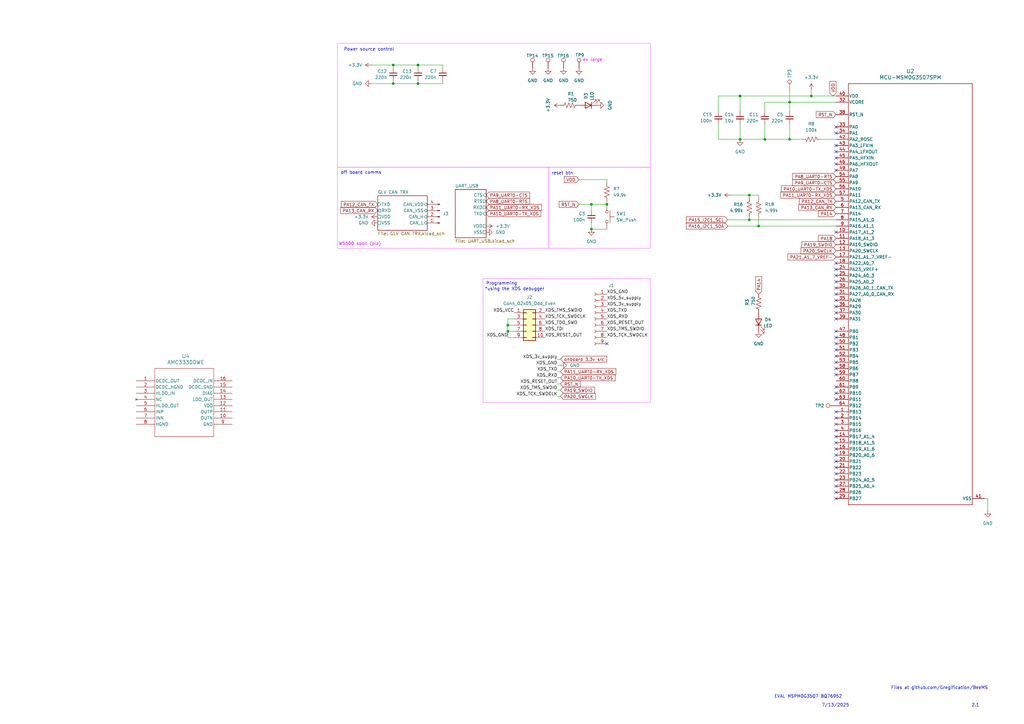
<source format=kicad_sch>
(kicad_sch (version 20250114) (generator "eeschema") (generator_version "9.0")
  (paper "A3")
  (lib_symbols
    (symbol "Connector:Conn_01x04_Pin" (pin_names (offset 1.016) (hide yes))
      (property "Reference" "J" (at 0 5.08 0))
      (property "Value" "Conn_01x04_Pin" (at 0 -7.62 0))
      (symbol "Conn_01x04_Pin_1_1"
        (rectangle (start 0.8636 2.667) (end 0 2.413) (stroke (width 0.1524)) (fill (type outline)))
        (rectangle (start 0.8636 0.127) (end 0 -0.127) (stroke (width 0.1524)) (fill (type outline)))
        (rectangle (start 0.8636 -2.413) (end 0 -2.667) (stroke (width 0.1524)) (fill (type outline)))
        (rectangle (start 0.8636 -4.953) (end 0 -5.207) (stroke (width 0.1524)) (fill (type outline)))
        (polyline (pts (xy 1.27 2.54) (xy 0.8636 2.54)) (stroke (width 0.1524)))
        (polyline (pts (xy 1.27 0) (xy 0.8636 0)) (stroke (width 0.1524)))
        (polyline (pts (xy 1.27 -2.54) (xy 0.8636 -2.54)) (stroke (width 0.1524)))
        (polyline (pts (xy 1.27 -5.08) (xy 0.8636 -5.08)) (stroke (width 0.1524)))
        (pin passive line (at 5.08 2.54 180) (length 3.81) (name "Pin_1") (number "1"))
        (pin passive line (at 5.08 0 180) (length 3.81) (name "Pin_2") (number "2"))
        (pin passive line (at 5.08 -2.54 180) (length 3.81) (name "Pin_3") (number "3"))
        (pin passive line (at 5.08 -5.08 180) (length 3.81) (name "Pin_4") (number "4"))
      )
    )
    (symbol "Connector:Conn_01x09_Socket" (pin_names (offset 1.016) (hide yes))
      (property "Reference" "J" (at 0 12.7 0))
      (property "Value" "Conn_01x09_Socket" (at 0 -12.7 0))
      (symbol "Conn_01x09_Socket_1_1"
        (polyline (pts (xy -1.27 10.16) (xy -0.508 10.16)) (stroke (width 0.1524)))
        (polyline (pts (xy -1.27 7.62) (xy -0.508 7.62)) (stroke (width 0.1524)))
        (polyline (pts (xy -1.27 5.08) (xy -0.508 5.08)) (stroke (width 0.1524)))
        (polyline (pts (xy -1.27 2.54) (xy -0.508 2.54)) (stroke (width 0.1524)))
        (polyline (pts (xy -1.27 0) (xy -0.508 0)) (stroke (width 0.1524)))
        (polyline (pts (xy -1.27 -2.54) (xy -0.508 -2.54)) (stroke (width 0.1524)))
        (polyline (pts (xy -1.27 -5.08) (xy -0.508 -5.08)) (stroke (width 0.1524)))
        (polyline (pts (xy -1.27 -7.62) (xy -0.508 -7.62)) (stroke (width 0.1524)))
        (polyline (pts (xy -1.27 -10.16) (xy -0.508 -10.16)) (stroke (width 0.1524)))
        (arc (start 0 9.652) (mid -0.5058 10.16) (end 0 10.668) (stroke (width 0.1524)))
        (arc (start 0 7.112) (mid -0.5058 7.62) (end 0 8.128) (stroke (width 0.1524)))
        (arc (start 0 4.572) (mid -0.5058 5.08) (end 0 5.588) (stroke (width 0.1524)))
        (arc (start 0 2.032) (mid -0.5058 2.54) (end 0 3.048) (stroke (width 0.1524)))
        (arc (start 0 -0.508) (mid -0.5058 0) (end 0 0.508) (stroke (width 0.1524)))
        (arc (start 0 -3.048) (mid -0.5058 -2.54) (end 0 -2.032) (stroke (width 0.1524)))
        (arc (start 0 -5.588) (mid -0.5058 -5.08) (end 0 -4.572) (stroke (width 0.1524)))
        (arc (start 0 -8.128) (mid -0.5058 -7.62) (end 0 -7.112) (stroke (width 0.1524)))
        (arc (start 0 -10.668) (mid -0.5058 -10.16) (end 0 -9.652) (stroke (width 0.1524)))
        (pin passive line (at -5.08 10.16 0) (length 3.81) (name "Pin_1") (number "1"))
        (pin passive line (at -5.08 7.62 0) (length 3.81) (name "Pin_2") (number "2"))
        (pin passive line (at -5.08 5.08 0) (length 3.81) (name "Pin_3") (number "3"))
        (pin passive line (at -5.08 2.54 0) (length 3.81) (name "Pin_4") (number "4"))
        (pin passive line (at -5.08 0 0) (length 3.81) (name "Pin_5") (number "5"))
        (pin passive line (at -5.08 -2.54 0) (length 3.81) (name "Pin_6") (number "6"))
        (pin passive line (at -5.08 -5.08 0) (length 3.81) (name "Pin_7") (number "7"))
        (pin passive line (at -5.08 -7.62 0) (length 3.81) (name "Pin_8") (number "8"))
        (pin passive line (at -5.08 -10.16 0) (length 3.81) (name "Pin_9") (number "9"))
      )
    )
    (symbol "Connector:TestPoint" (pin_numbers (hide yes)) (pin_names (offset 0.762) (hide yes))
      (property "Reference" "TP" (at 0 6.858 0))
      (property "Value" "TestPoint" (at 0 5.08 0))
      (symbol "TestPoint_0_1"
        (circle (center 0 3.302) (radius 0.762))
      )
      (symbol "TestPoint_1_1"
        (pin passive line (at 0 0 90) (length 2.54) (name "1") (number "1"))
      )
    )
    (symbol "Connector_Generic:Conn_02x05_Odd_Even" (pin_names (offset 1.016) (hide yes))
      (property "Reference" "J" (at 1.27 7.62 0))
      (property "Value" "Conn_02x05_Odd_Even" (at 1.27 -7.62 0))
      (symbol "Conn_02x05_Odd_Even_1_1"
        (rectangle (start -1.27 6.35) (end 3.81 -6.35) (stroke (width 0.254)) (fill (type background)))
        (rectangle (start -1.27 5.207) (end 0 4.953) (stroke (width 0.1524)))
        (rectangle (start -1.27 2.667) (end 0 2.413) (stroke (width 0.1524)))
        (rectangle (start -1.27 0.127) (end 0 -0.127) (stroke (width 0.1524)))
        (rectangle (start -1.27 -2.413) (end 0 -2.667) (stroke (width 0.1524)))
        (rectangle (start -1.27 -4.953) (end 0 -5.207) (stroke (width 0.1524)))
        (rectangle (start 3.81 5.207) (end 2.54 4.953) (stroke (width 0.1524)))
        (rectangle (start 3.81 2.667) (end 2.54 2.413) (stroke (width 0.1524)))
        (rectangle (start 3.81 0.127) (end 2.54 -0.127) (stroke (width 0.1524)))
        (rectangle (start 3.81 -2.413) (end 2.54 -2.667) (stroke (width 0.1524)))
        (rectangle (start 3.81 -4.953) (end 2.54 -5.207) (stroke (width 0.1524)))
        (pin passive line (at -5.08 5.08 0) (length 3.81) (name "Pin_1") (number "1"))
        (pin passive line (at -5.08 2.54 0) (length 3.81) (name "Pin_3") (number "3"))
        (pin passive line (at -5.08 0 0) (length 3.81) (name "Pin_5") (number "5"))
        (pin passive line (at -5.08 -2.54 0) (length 3.81) (name "Pin_7") (number "7"))
        (pin passive line (at -5.08 -5.08 0) (length 3.81) (name "Pin_9") (number "9"))
        (pin passive line (at 7.62 5.08 180) (length 3.81) (name "Pin_2") (number "2"))
        (pin passive line (at 7.62 2.54 180) (length 3.81) (name "Pin_4") (number "4"))
        (pin passive line (at 7.62 0 180) (length 3.81) (name "Pin_6") (number "6"))
        (pin passive line (at 7.62 -2.54 180) (length 3.81) (name "Pin_8") (number "8"))
        (pin passive line (at 7.62 -5.08 180) (length 3.81) (name "Pin_10") (number "10"))
      )
    )
    (symbol "Device:C_Small" (pin_numbers (hide yes)) (pin_names (offset 0.254) (hide yes))
      (property "Reference" "C" (at 0.254 1.778 0))
      (property "Value" "C_Small" (at 0.254 -2.032 0))
      (symbol "C_Small_0_1"
        (polyline (pts (xy -1.524 0.508) (xy 1.524 0.508)) (stroke (width 0.3048)))
        (polyline (pts (xy -1.524 -0.508) (xy 1.524 -0.508)) (stroke (width 0.3302)))
      )
      (symbol "C_Small_1_1"
        (pin passive line (at 0 2.54 270) (length 2.032) (name "~") (number "1"))
        (pin passive line (at 0 -2.54 90) (length 2.032) (name "~") (number "2"))
      )
    )
    (symbol "Device:LED" (pin_numbers (hide yes)) (pin_names (offset 1.016) (hide yes))
      (property "Reference" "D" (at 0 2.54 0))
      (property "Value" "LED" (at 0 -2.54 0))
      (symbol "LED_0_1"
        (polyline (pts (xy -3.048 -0.762) (xy -4.572 -2.286) (xy -3.81 -2.286) (xy -4.572 -2.286) (xy -4.572 -1.524)))
        (polyline (pts (xy -1.778 -0.762) (xy -3.302 -2.286) (xy -2.54 -2.286) (xy -3.302 -2.286) (xy -3.302 -1.524)))
        (polyline (pts (xy -1.27 0) (xy 1.27 0)))
        (polyline (pts (xy -1.27 -1.27) (xy -1.27 1.27)) (stroke (width 0.254)))
        (polyline (pts (xy 1.27 -1.27) (xy 1.27 1.27) (xy -1.27 0) (xy 1.27 -1.27)) (stroke (width 0.254)))
      )
      (symbol "LED_1_1"
        (pin passive line (at -3.81 0 0) (length 2.54) (name "K") (number "1"))
        (pin passive line (at 3.81 0 180) (length 2.54) (name "A") (number "2"))
      )
    )
    (symbol "Device:R_US" (pin_numbers (hide yes)) (pin_names (offset 0))
      (property "Reference" "R" (at 2.54 0 90))
      (property "Value" "R_US" (at -2.54 0 90))
      (symbol "R_US_0_1"
        (polyline (pts (xy 0 2.286) (xy 0 2.54)))
        (polyline (pts (xy 0 2.286) (xy 1.016 1.905) (xy 0 1.524) (xy -1.016 1.143) (xy 0 0.762)))
        (polyline (pts (xy 0 0.762) (xy 1.016 0.381) (xy 0 0) (xy -1.016 -0.381) (xy 0 -0.762)))
        (polyline (pts (xy 0 -0.762) (xy 1.016 -1.143) (xy 0 -1.524) (xy -1.016 -1.905) (xy 0 -2.286)))
        (polyline (pts (xy 0 -2.286) (xy 0 -2.54)))
      )
      (symbol "R_US_1_1"
        (pin passive line (at 0 3.81 270) (length 1.27) (name "~") (number "1"))
        (pin passive line (at 0 -3.81 90) (length 1.27) (name "~") (number "2"))
      )
    )
    (symbol "Switch:SW_Push" (pin_numbers (hide yes)) (pin_names (offset 1.016) (hide yes))
      (property "Reference" "SW" (at 1.27 2.54 0))
      (property "Value" "SW_Push" (at 0 -1.524 0))
      (symbol "SW_Push_0_1"
        (circle (center -2.032 0) (radius 0.508))
        (polyline (pts (xy 0 1.27) (xy 0 3.048)))
        (circle (center 2.032 0) (radius 0.508))
        (polyline (pts (xy 2.54 1.27) (xy -2.54 1.27)))
        (pin passive line (at -5.08 0 0) (length 2.54) (name "1") (number "1"))
        (pin passive line (at 5.08 0 180) (length 2.54) (name "2") (number "2"))
      )
    )
    (symbol "power:+3.3V" (power) (pin_numbers (hide yes)) (pin_names (offset 0) (hide yes))
      (property "Value" "+3.3V" (at 0 3.556 0))
      (symbol "+3.3V_0_1"
        (polyline (pts (xy -0.762 1.27) (xy 0 2.54)))
        (polyline (pts (xy 0 2.54) (xy 0.762 1.27)))
        (polyline (pts (xy 0 0) (xy 0 2.54)))
      )
      (symbol "+3.3V_1_1"
        (pin power_in line (at 0 0 90) (length 0) (name "~") (number "1"))
      )
    )
    (symbol "power:GND" (power) (pin_numbers (hide yes)) (pin_names (offset 0) (hide yes))
      (property "Value" "GND" (at 0 -3.81 0))
      (symbol "GND_0_1"
        (polyline (pts (xy 0 0) (xy 0 -1.27) (xy 1.27 -1.27) (xy 0 -2.54) (xy -1.27 -1.27) (xy 0 -1.27)))
      )
      (symbol "GND_1_1"
        (pin power_in line (at 0 0 270) (length 0) (name "~") (number "1"))
      )
    )
    (symbol "zzLocalLibrary:AMC3330DWE" (pin_names (offset 0.254))
      (property "Reference" "U" (at 19.812 10.16 0))
      (property "Value" "AMC3330DWE" (at 19.812 7.62 0))
      (symbol "AMC3330DWE_0_1"
        (polyline (pts (xy 7.62 5.08) (xy 7.62 -22.86)) (stroke (width 0.127)))
        (polyline (pts (xy 7.62 5.08) (xy 31.75 5.08)))
        (polyline (pts (xy 31.75 -22.86) (xy 7.62 -22.86)))
        (polyline (pts (xy 31.75 -22.86) (xy 31.75 5.08)) (stroke (width 0.127)))
        (pin output line (at 0 0 0) (length 7.62) (name "DCDC_OUT") (number "1"))
        (pin power_out line (at 0 -2.54 0) (length 7.62) (name "DCDC_HGND") (number "2"))
        (pin unspecified line (at 0 -5.08 0) (length 7.62) (name "HLDO_IN") (number "3"))
        (pin no_connect line (at 0 -7.62 0) (length 7.62) (name "NC") (number "4"))
        (pin output line (at 0 -10.16 0) (length 7.62) (name "HLDO_OUT") (number "5"))
        (pin input line (at 0 -12.7 0) (length 7.62) (name "INP") (number "6"))
        (pin input line (at 0 -15.24 0) (length 7.62) (name "INN") (number "7"))
        (pin power_out line (at 0 -17.78 0) (length 7.62) (name "HGND") (number "8"))
        (pin unspecified line (at 39.37 0 180) (length 7.62) (name "DCDC_IN") (number "16"))
        (pin power_out line (at 39.37 -2.54 180) (length 7.62) (name "DCDC_GND") (number "15"))
        (pin unspecified line (at 39.37 -5.08 180) (length 7.62) (name "DIAG") (number "14"))
        (pin output line (at 39.37 -7.62 180) (length 7.62) (name "LDO_OUT") (number "13"))
        (pin power_in line (at 39.37 -10.16 180) (length 7.62) (name "VDD") (number "12"))
        (pin output line (at 39.37 -12.7 180) (length 7.62) (name "OUTP") (number "11"))
        (pin output line (at 39.37 -15.24 180) (length 7.62) (name "OUTN") (number "10"))
        (pin power_out line (at 39.37 -17.78 180) (length 7.62) (name "GND") (number "9"))
      )
    )
    (symbol "zzLocalLibrary:MCU-MSM0G3507SPM" (pin_names (offset 0.254))
      (property "Reference" "U" (at 0 2.54 0))
      (property "Value" "MCU-MSM0G3507SPM" (at 0 0 0))
      (symbol "MCU-MSM0G3507SPM_0_1"
        (polyline (pts (xy 5.08 5.08) (xy 5.08 -167.64)) (stroke (width 0.2032)))
        (polyline (pts (xy 5.08 -167.64) (xy 55.88 -167.64)) (stroke (width 0.2032)))
        (polyline (pts (xy 55.88 5.08) (xy 5.08 5.08)) (stroke (width 0.2032)))
        (polyline (pts (xy 55.88 -167.64) (xy 55.88 5.08)) (stroke (width 0.2032)))
        (pin power_in line (at 0 0 0) (length 5.08) (name "VDD") (number "40"))
        (pin power_in line (at 0 -2.54 0) (length 5.08) (name "VCORE") (number "32"))
        (pin input line (at 0 -7.62 0) (length 5.08) (name "RST_N") (number "38"))
        (pin bidirectional line (at 0 -12.7 0) (length 5.08) (name "PA0") (number "33"))
        (pin bidirectional line (at 0 -15.24 0) (length 5.08) (name "PA1") (number "34"))
        (pin bidirectional line (at 0 -17.78 0) (length 5.08) (name "PA2_ROSC") (number "42"))
        (pin bidirectional line (at 0 -20.32 0) (length 5.08) (name "PA3_LFXIN") (number "43"))
        (pin bidirectional line (at 0 -22.86 0) (length 5.08) (name "PA4_LFXOUT") (number "44"))
        (pin bidirectional line (at 0 -25.4 0) (length 5.08) (name "PA5_HFXIN") (number "45"))
        (pin bidirectional line (at 0 -27.94 0) (length 5.08) (name "PA6_HFXOUT") (number "46"))
        (pin bidirectional line (at 0 -30.48 0) (length 5.08) (name "PA7") (number "49"))
        (pin bidirectional line (at 0 -33.02 0) (length 5.08) (name "PA8") (number "54"))
        (pin bidirectional line (at 0 -35.56 0) (length 5.08) (name "PA9") (number "55"))
        (pin bidirectional line (at 0 -38.1 0) (length 5.08) (name "PA10") (number "56"))
        (pin bidirectional line (at 0 -40.64 0) (length 5.08) (name "PA11") (number "57"))
        (pin bidirectional line (at 0 -43.18 0) (length 5.08) (name "PA12_CAN_TX") (number "5"))
        (pin bidirectional line (at 0 -45.72 0) (length 5.08) (name "PA13_CAN_RX") (number "6"))
        (pin bidirectional line (at 0 -48.26 0) (length 5.08) (name "PA14") (number "7"))
        (pin bidirectional line (at 0 -50.8 0) (length 5.08) (name "PA15_A1_0") (number "8"))
        (pin bidirectional line (at 0 -53.34 0) (length 5.08) (name "PA16_A1_1") (number "9"))
        (pin bidirectional line (at 0 -55.88 0) (length 5.08) (name "PA17_A1_2") (number "10"))
        (pin bidirectional line (at 0 -58.42 0) (length 5.08) (name "PA18_A1_3") (number "11"))
        (pin bidirectional line (at 0 -60.96 0) (length 5.08) (name "PA19_SWDIO") (number "12"))
        (pin bidirectional line (at 0 -63.5 0) (length 5.08) (name "PA20_SWCLK") (number "13"))
        (pin bidirectional line (at 0 -66.04 0) (length 5.08) (name "PA21_A1_7_VREF-") (number "17"))
        (pin bidirectional line (at 0 -68.58 0) (length 5.08) (name "PA22_A0_7") (number "18"))
        (pin bidirectional line (at 0 -71.12 0) (length 5.08) (name "PA23_VREF+") (number "24"))
        (pin bidirectional line (at 0 -73.66 0) (length 5.08) (name "PA24_A0_3") (number "25"))
        (pin bidirectional line (at 0 -76.2 0) (length 5.08) (name "PA25_A0_2") (number "26"))
        (pin bidirectional line (at 0 -78.74 0) (length 5.08) (name "PA26_A0_1_CAN_TX") (number "30"))
        (pin bidirectional line (at 0 -81.28 0) (length 5.08) (name "PA27_A0_0_CAN_RX") (number "31"))
        (pin bidirectional line (at 0 -83.82 0) (length 5.08) (name "PA28") (number "35"))
        (pin bidirectional line (at 0 -86.36 0) (length 5.08) (name "PA29") (number "36"))
        (pin bidirectional line (at 0 -88.9 0) (length 5.08) (name "PA30") (number "37"))
        (pin bidirectional line (at 0 -91.44 0) (length 5.08) (name "PA31") (number "39"))
        (pin bidirectional line (at 0 -96.52 0) (length 5.08) (name "PB0") (number "47"))
        (pin bidirectional line (at 0 -99.06 0) (length 5.08) (name "PB1") (number "48"))
        (pin bidirectional line (at 0 -101.6 0) (length 5.08) (name "PB2") (number "50"))
        (pin bidirectional line (at 0 -104.14 0) (length 5.08) (name "PB3") (number "51"))
        (pin bidirectional line (at 0 -106.68 0) (length 5.08) (name "PB4") (number "52"))
        (pin bidirectional line (at 0 -109.22 0) (length 5.08) (name "PB5") (number "53"))
        (pin bidirectional line (at 0 -111.76 0) (length 5.08) (name "PB6") (number "58"))
        (pin bidirectional line (at 0 -114.3 0) (length 5.08) (name "PB7") (number "59"))
        (pin bidirectional line (at 0 -116.84 0) (length 5.08) (name "PB8") (number "60"))
        (pin bidirectional line (at 0 -119.38 0) (length 5.08) (name "PB9") (number "61"))
        (pin bidirectional line (at 0 -121.92 0) (length 5.08) (name "PB10") (number "62"))
        (pin bidirectional line (at 0 -124.46 0) (length 5.08) (name "PB11") (number "63"))
        (pin bidirectional line (at 0 -127 0) (length 5.08) (name "PB12") (number "64"))
        (pin bidirectional line (at 0 -129.54 0) (length 5.08) (name "PB13") (number "1"))
        (pin bidirectional line (at 0 -132.08 0) (length 5.08) (name "PB14") (number "2"))
        (pin bidirectional line (at 0 -134.62 0) (length 5.08) (name "PB15") (number "3"))
        (pin bidirectional line (at 0 -137.16 0) (length 5.08) (name "PB16") (number "4"))
        (pin bidirectional line (at 0 -139.7 0) (length 5.08) (name "PB17_A1_4") (number "14"))
        (pin bidirectional line (at 0 -142.24 0) (length 5.08) (name "PB18_A1_5") (number "15"))
        (pin bidirectional line (at 0 -144.78 0) (length 5.08) (name "PB19_A1_6") (number "16"))
        (pin bidirectional line (at 0 -147.32 0) (length 5.08) (name "PB20_A0_6") (number "19"))
        (pin bidirectional line (at 0 -149.86 0) (length 5.08) (name "PB21") (number "20"))
        (pin bidirectional line (at 0 -152.4 0) (length 5.08) (name "PB22") (number "21"))
        (pin bidirectional line (at 0 -154.94 0) (length 5.08) (name "PB23") (number "22"))
        (pin bidirectional line (at 0 -157.48 0) (length 5.08) (name "PB24_A0_5") (number "23"))
        (pin bidirectional line (at 0 -160.02 0) (length 5.08) (name "PB25_A0_4") (number "27"))
        (pin bidirectional line (at 0 -162.56 0) (length 5.08) (name "PB26") (number "28"))
        (pin bidirectional line (at 0 -165.1 0) (length 5.08) (name "PB27") (number "29"))
        (pin power_in line (at 60.96 -165.1 180) (length 5.08) (name "VSS") (number "41"))
      )
    )
  )
  (rectangle (start 138.43 68.58) (end 225.044 101.854) (stroke (width 0) (color 234 84 255 1)))
  (rectangle (start 138.43 17.78) (end 266.7 68.58) (stroke (width 0) (color 234 84 255 1)))
  (rectangle (start 225.044 68.58) (end 266.7 101.854) (stroke (width 0) (color 234 84 255 1)))
  (rectangle (start 198.12 114.3) (end 266.7 165.1) (stroke (width 0) (color 234 84 255 1)))
  (text "*using the XDS debugger" (at 211.074 118.618 0) (effects (font (size 1.27 1.27))))
  (text "W5500 soon (plz)" (at 147.574 100.076 0) (effects (font (size 1.27 1.27))))
  (text "EVAL MSPM0G3507 BQ76952" (at 331.47 285.75 0) (effects (font (size 1.27 1.27))))
  (text "Programming" (at 205.74 116.332 0) (effects (font (size 1.27 1.27))))
  (text "Power source control" (at 140.97 20.32 0) (effects (font (size 1.27 1.27)) (justify left)))
  (text "reset btn" (at 230.632 71.12 0) (effects (font (size 1.27 1.27))))
  (text "ex large" (at 243.078 24.638 0) (effects (font (size 1.27 1.27))))
  (text "off board comms\n" (at 139.7 70.866 0) (effects (font (size 1.27 1.27)) (justify left)))
  (text "2.1" (at 400.05 289.306 0) (effects (font (size 1.27 1.27))))
  (text "7/13/2025" (at 342.646 289.306 0) (effects (font (size 1.27 1.27))))
  (text "Files at github.com/Gregification/BeeMS" (at 385.318 282.194 0) (effects (font (size 1.27 1.27))))
  (junction (at 242.57 93.98))
  (junction (at 307.34 90.17))
  (junction (at 161.29 26.67))
  (junction (at 323.85 41.91))
  (junction (at 303.53 39.37))
  (junction (at 248.92 83.82))
  (junction (at 332.74 39.37))
  (junction (at 161.29 34.29))
  (junction (at 171.45 34.29))
  (junction (at 208.28 135.89))
  (junction (at 313.69 57.15))
  (junction (at 242.57 83.82))
  (junction (at 307.34 80.01))
  (junction (at 323.85 57.15))
  (junction (at 303.53 57.15))
  (junction (at 171.45 26.67))
  (junction (at 208.28 133.35))
  (junction (at 311.15 92.71))
  (no_connect (at 342.9 148.59))
  (no_connect (at 342.9 110.49))
  (no_connect (at 342.9 199.39))
  (no_connect (at 342.9 125.73))
  (no_connect (at 342.9 69.85))
  (no_connect (at 342.9 168.91))
  (no_connect (at 342.9 161.29))
  (no_connect (at 342.9 130.81))
  (no_connect (at 342.9 179.07))
  (no_connect (at 342.9 67.31))
  (no_connect (at 342.9 115.57))
  (no_connect (at 342.9 184.15))
  (no_connect (at 342.9 62.23))
  (no_connect (at 248.92 140.97))
  (no_connect (at 342.9 189.23))
  (no_connect (at 342.9 113.03))
  (no_connect (at 342.9 163.83))
  (no_connect (at 342.9 64.77))
  (no_connect (at 342.9 151.13))
  (no_connect (at 342.9 59.69))
  (no_connect (at 342.9 128.27))
  (no_connect (at 342.9 204.47))
  (no_connect (at 342.9 146.05))
  (no_connect (at 342.9 54.61))
  (no_connect (at 342.9 201.93))
  (no_connect (at 342.9 191.77))
  (no_connect (at 342.9 194.31))
  (no_connect (at 342.9 176.53))
  (no_connect (at 342.9 52.07))
  (no_connect (at 342.9 140.97))
  (no_connect (at 342.9 173.99))
  (no_connect (at 342.9 123.19))
  (no_connect (at 342.9 153.67))
  (no_connect (at 342.9 95.25))
  (no_connect (at 342.9 181.61))
  (no_connect (at 342.9 118.11))
  (no_connect (at 342.9 143.51))
  (no_connect (at 342.9 135.89))
  (no_connect (at 342.9 158.75))
  (no_connect (at 342.9 171.45))
  (no_connect (at 342.9 196.85))
  (no_connect (at 342.9 120.65))
  (no_connect (at 342.9 186.69))
  (no_connect (at 342.9 107.95))
  (no_connect (at 342.9 138.43))
  (wire (pts (xy 228.6 157.48) (xy 229.87 157.48)))
  (wire (pts (xy 311.15 92.71) (xy 342.9 92.71)))
  (wire (pts (xy 152.4 34.29) (xy 161.29 34.29)))
  (wire (pts (xy 323.85 41.91) (xy 342.9 41.91)))
  (wire (pts (xy 313.69 57.15) (xy 323.85 57.15)))
  (wire (pts (xy 294.64 39.37) (xy 303.53 39.37)))
  (wire (pts (xy 208.28 130.81) (xy 208.28 133.35)))
  (wire (pts (xy 307.34 80.01) (xy 307.34 81.28)))
  (wire (pts (xy 313.69 41.91) (xy 323.85 41.91)))
  (wire (pts (xy 299.72 80.01) (xy 307.34 80.01)))
  (wire (pts (xy 208.28 133.35) (xy 210.82 133.35)))
  (wire (pts (xy 323.85 57.15) (xy 328.93 57.15)))
  (wire (pts (xy 303.53 57.15) (xy 313.69 57.15)))
  (wire (pts (xy 313.69 57.15) (xy 313.69 50.8)))
  (wire (pts (xy 171.45 34.29) (xy 181.61 34.29)))
  (wire (pts (xy 208.28 138.43) (xy 210.82 138.43)))
  (wire (pts (xy 171.45 26.67) (xy 161.29 26.67)))
  (wire (pts (xy 311.15 88.9) (xy 311.15 92.71)))
  (wire (pts (xy 298.45 90.17) (xy 307.34 90.17)))
  (wire (pts (xy 228.6 149.86) (xy 229.87 149.86)))
  (wire (pts (xy 242.57 93.98) (xy 242.57 91.44)))
  (wire (pts (xy 294.64 50.8) (xy 294.64 57.15)))
  (wire (pts (xy 171.45 34.29) (xy 171.45 33.02)))
  (wire (pts (xy 171.45 27.94) (xy 171.45 26.67)))
  (wire (pts (xy 332.74 39.37) (xy 342.9 39.37)))
  (wire (pts (xy 311.15 80.01) (xy 311.15 81.28)))
  (wire (pts (xy 248.92 83.82) (xy 248.92 82.55)))
  (wire (pts (xy 161.29 34.29) (xy 171.45 34.29)))
  (wire (pts (xy 208.28 138.43) (xy 208.28 135.89)))
  (wire (pts (xy 181.61 27.94) (xy 181.61 26.67)))
  (wire (pts (xy 208.28 130.81) (xy 210.82 130.81)))
  (wire (pts (xy 161.29 26.67) (xy 161.29 27.94)))
  (wire (pts (xy 228.6 152.4) (xy 229.87 152.4)))
  (wire (pts (xy 208.28 135.89) (xy 208.28 133.35)))
  (wire (pts (xy 237.49 83.82) (xy 242.57 83.82)))
  (wire (pts (xy 323.85 41.91) (xy 323.85 45.72)))
  (wire (pts (xy 228.6 154.94) (xy 229.87 154.94)))
  (wire (pts (xy 303.53 39.37) (xy 332.74 39.37)))
  (wire (pts (xy 307.34 80.01) (xy 311.15 80.01)))
  (wire (pts (xy 242.57 83.82) (xy 242.57 86.36)))
  (wire (pts (xy 405.13 204.47) (xy 403.86 204.47)))
  (wire (pts (xy 181.61 26.67) (xy 171.45 26.67)))
  (wire (pts (xy 336.55 57.15) (xy 342.9 57.15)))
  (wire (pts (xy 307.34 90.17) (xy 342.9 90.17)))
  (wire (pts (xy 298.45 92.71) (xy 311.15 92.71)))
  (wire (pts (xy 248.92 74.93) (xy 248.92 73.66)))
  (wire (pts (xy 228.6 162.56) (xy 229.87 162.56)))
  (wire (pts (xy 161.29 33.02) (xy 161.29 34.29)))
  (wire (pts (xy 294.64 39.37) (xy 294.64 45.72)))
  (wire (pts (xy 332.74 36.83) (xy 332.74 39.37)))
  (wire (pts (xy 242.57 83.82) (xy 248.92 83.82)))
  (wire (pts (xy 228.6 147.32) (xy 229.87 147.32)))
  (wire (pts (xy 208.28 135.89) (xy 210.82 135.89)))
  (wire (pts (xy 248.92 93.98) (xy 242.57 93.98)))
  (wire (pts (xy 307.34 88.9) (xy 307.34 90.17)))
  (wire (pts (xy 405.13 209.55) (xy 405.13 204.47)))
  (wire (pts (xy 181.61 34.29) (xy 181.61 33.02)))
  (wire (pts (xy 152.4 26.67) (xy 161.29 26.67)))
  (wire (pts (xy 323.85 50.8) (xy 323.85 57.15)))
  (wire (pts (xy 228.6 160.02) (xy 229.87 160.02)))
  (wire (pts (xy 313.69 41.91) (xy 313.69 45.72)))
  (wire (pts (xy 237.49 73.66) (xy 248.92 73.66)))
  (wire (pts (xy 303.53 50.8) (xy 303.53 57.15)))
  (wire (pts (xy 294.64 57.15) (xy 303.53 57.15)))
  (wire (pts (xy 303.53 39.37) (xy 303.53 45.72)))
  (wire (pts (xy 323.85 36.83) (xy 323.85 41.91)))
  (label "XDS_TDO_SWO" (at 223.52 133.35 0))
  (label "XDS_3v_supply" (at 228.6 147.32 180))
  (label "XDS_RESET_OUT" (at 228.6 157.48 180))
  (label "XDS_3v_supply" (at 248.92 125.73 0))
  (label "XDS_5v_supply" (at 248.92 123.19 0))
  (label "XDS_TMS_SWDIO" (at 223.52 128.27 0))
  (label "XDS_GND" (at 228.6 149.86 180))
  (label "XDS_TMS_SWDIO" (at 228.6 160.02 180))
  (label "XDS_TMS_SWDIO" (at 248.92 135.89 0))
  (label "XDS_RESET_OUT" (at 248.92 133.35 0))
  (label "XDS_GND" (at 248.92 120.65 0))
  (label "XDS_TXD" (at 248.92 128.27 0))
  (label "XDS_RESET_OUT" (at 223.52 138.43 0))
  (label "XDS_RXD" (at 248.92 130.81 0))
  (label "XDS_TXD" (at 228.6 152.4 180))
  (label "XDS_TDI" (at 223.52 135.89 0))
  (label "XDS_TCK_SWDCLK" (at 248.92 138.43 0))
  (label "XDS_VCC" (at 210.82 128.27 180))
  (label "XDS_RXD" (at 228.6 154.94 180))
  (label "XDS_GND" (at 208.28 138.43 180))
  (label "XDS_TCK_SWDCLK" (at 223.52 130.81 0))
  (label "XDS_TCK_SWDCLK" (at 228.6 162.56 180))
  (global_label "RST_N" (shape input) (at 229.87 157.48 0) (property "Intersheetrefs" "${INTERSHEET_REFS}" (effects (hide yes))))
  (global_label "VDD" (shape input) (at 341.63 39.37 90) (property "Intersheetrefs" "${INTERSHEET_REFS}" (effects (hide yes))))
  (global_label "PA12_CAN_TX" (shape input) (at 342.9 82.55 180) (property "Intersheetrefs" "${INTERSHEET_REFS}" (effects (hide yes))))
  (global_label "RST_N" (shape input) (at 237.49 83.82 180) (property "Intersheetrefs" "${INTERSHEET_REFS}" (effects (hide yes))))
  (global_label "PA8_UART0-RTS" (shape input) (at 342.9 72.39 180) (property "Intersheetrefs" "${INTERSHEET_REFS}" (effects (hide yes))))
  (global_label "VDD" (shape input) (at 237.49 73.66 180) (property "Intersheetrefs" "${INTERSHEET_REFS}" (effects (hide yes))))
  (global_label "PA20_SWCLK" (shape input) (at 229.87 162.56 0) (property "Intersheetrefs" "${INTERSHEET_REFS}" (effects (hide yes))))
  (global_label "PA12_CAN_TX" (shape input) (at 154.94 83.82 180) (property "Intersheetrefs" "${INTERSHEET_REFS}" (effects (hide yes))))
  (global_label "PA21_A1_7_VREF-" (shape input) (at 342.9 105.41 180) (property "Intersheetrefs" "${INTERSHEET_REFS}" (effects (hide yes))))
  (global_label "PA9_UART0-CTS" (shape input) (at 342.9 74.93 180) (property "Intersheetrefs" "${INTERSHEET_REFS}" (effects (hide yes))))
  (global_label "PA10_UART0-TX_XDS" (shape input) (at 229.87 154.94 0) (property "Intersheetrefs" "${INTERSHEET_REFS}" (effects (hide yes))))
  (global_label "PA9_UART0-CTS" (shape input) (at 199.39 80.01 0) (property "Intersheetrefs" "${INTERSHEET_REFS}" (effects (hide yes))))
  (global_label "PA19_SWDIO" (shape input) (at 229.87 160.02 0) (property "Intersheetrefs" "${INTERSHEET_REFS}" (effects (hide yes))))
  (global_label "onboard 3.3v src" (shape input) (at 229.87 147.32 0) (property "Intersheetrefs" "${INTERSHEET_REFS}" (effects (hide yes))))
  (global_label "PA19_SWDIO" (shape input) (at 342.9 100.33 180) (property "Intersheetrefs" "${INTERSHEET_REFS}" (effects (hide yes))))
  (global_label "PA11_UART0-RX_XDS" (shape input) (at 199.39 85.09 0) (property "Intersheetrefs" "${INTERSHEET_REFS}" (effects (hide yes))))
  (global_label "PA14" (shape input) (at 342.9 87.63 180) (property "Intersheetrefs" "${INTERSHEET_REFS}" (effects (hide yes))))
  (global_label "PA11_UART0-RX_XDS" (shape input) (at 229.87 152.4 0) (property "Intersheetrefs" "${INTERSHEET_REFS}" (effects (hide yes))))
  (global_label "PA20_SWCLK" (shape input) (at 342.9 102.87 180) (property "Intersheetrefs" "${INTERSHEET_REFS}" (effects (hide yes))))
  (global_label "PA11_UART0-RX_XDS" (shape input) (at 342.9 80.01 180) (property "Intersheetrefs" "${INTERSHEET_REFS}" (effects (hide yes))))
  (global_label "PA10_UART0-TX_XDS" (shape input) (at 342.9 77.47 180) (property "Intersheetrefs" "${INTERSHEET_REFS}" (effects (hide yes))))
  (global_label "PA14" (shape input) (at 311.15 120.65 90) (property "Intersheetrefs" "${INTERSHEET_REFS}" (effects (hide yes))))
  (global_label "PA16_I2C1_SDA" (shape input) (at 298.45 92.71 180) (property "Intersheetrefs" "${INTERSHEET_REFS}" (effects (hide yes))))
  (global_label "PA8_UART0-RTS" (shape input) (at 199.39 82.55 0) (property "Intersheetrefs" "${INTERSHEET_REFS}" (effects (hide yes))))
  (global_label "PA10_UART0-TX_XDS" (shape input) (at 199.39 87.63 0) (property "Intersheetrefs" "${INTERSHEET_REFS}" (effects (hide yes))))
  (global_label "PA15_I2C1_SCL" (shape input) (at 298.45 90.17 180) (property "Intersheetrefs" "${INTERSHEET_REFS}" (effects (hide yes))))
  (global_label "PA18" (shape input) (at 342.9 97.79 180) (property "Intersheetrefs" "${INTERSHEET_REFS}" (effects (hide yes))))
  (global_label "PA13_CAN_RX" (shape input) (at 342.9 85.09 180) (property "Intersheetrefs" "${INTERSHEET_REFS}" (effects (hide yes))))
  (global_label "PA13_CAN_RX" (shape input) (at 154.94 86.36 180) (property "Intersheetrefs" "${INTERSHEET_REFS}" (effects (hide yes))))
  (global_label "RST_N" (shape input) (at 342.9 46.99 180) (property "Intersheetrefs" "${INTERSHEET_REFS}" (effects (hide yes))))
  (symbol (lib_id "Device:R_US") (at 311.15 85.09 0) (mirror y) (unit 1)
    (property "Reference" "R18" (at 313.69 83.8199 0) (effects (justify right)))
    (property "Value" "4.99k" (at 313.69 86.3599 0) (effects (justify right)))
    (property "Footprint" "Resistor_SMD:R_1206_3216Metric_Pad1.30x1.75mm_HandSolder" (effects (hide yes)))
    (property "Description" "Resistor, US symbol" (effects (hide yes)))
    (property "mouser" "https://www.mouser.com/ProductDetail/SEI-Stackpole/RNCP1206FTD4K99?qs=sGAEpiMZZMvdGkrng054tyMPH50YnZ95yR%2FF2bQQIaAb5UdPiGbTtQ%3D%3D" (effects (hide yes)))
    (property "specs" "4.99kOhm, 200V, 500mW, 1%, 100PPM, -55C, +155C" (effects (hide yes)))
    (property "unit x10" "0.017" (effects (hide yes)))
  )
  (symbol (lib_id "power:GND") (at 245.11 43.18 90) (unit 1)
    (property "Reference" "#PWR09" (effects (hide yes)))
    (property "Value" "GND" (at 250.19 43.18 0))
    (property "Description" "Power symbol creates a global label with name \"GND\" , ground" (effects (hide yes)))
  )
  (symbol (lib_id "power:GND") (at 242.57 93.98 0) (unit 1)
    (property "Reference" "#PWR010" (effects (hide yes)))
    (property "Value" "GND" (at 242.57 99.06 0))
    (property "Description" "Power symbol creates a global label with name \"GND\" , ground" (effects (hide yes)))
  )
  (symbol (lib_id "power:+3.3V") (at 229.87 43.18 90) (unit 1)
    (property "Reference" "#PWR01" (effects (hide yes)))
    (property "Value" "+3.3V" (at 224.79 43.18 0))
    (property "Description" "Power symbol creates a global label with name \"+3.3V\"" (effects (hide yes)))
  )
  (symbol (lib_id "Connector:TestPoint") (at 323.85 36.83 0) (unit 1) (in_bom no)
    (property "Reference" "TP3" (at 323.85 32.004 90) (effects (justify left)))
    (property "Value" "TestPoint" (effects (hide yes)))
    (property "Footprint" "TestPoint:TestPoint_Loop_D2.50mm_Drill1.0mm_LowProfile" (effects (hide yes)))
    (property "Description" "test point" (effects (hide yes)))
  )
  (symbol (lib_id "power:GND") (at 218.44 27.94 0) (unit 1)
    (property "Reference" "#PWR05" (effects (hide yes)))
    (property "Value" "GND" (at 218.44 33.02 0))
    (property "Description" "Power symbol creates a global label with name \"GND\" , ground" (effects (hide yes)))
  )
  (symbol (lib_id "Connector:Conn_01x04_Pin") (at 180.34 88.9 180) (unit 1) (in_bom no)
    (property "Reference" "J3" (at 181.61 87.6301 0) (effects (justify right)))
    (property "Value" "Conn_01x04_Pin" (effects (hide yes)))
    (property "Footprint" "Connector_PinHeader_2.54mm:PinHeader_1x04_P2.54mm_Vertical" (effects (hide yes)))
    (property "Description" "Generic connector, single row, 01x04, script generated" (effects (hide yes)))
    (property "mouser" "https://www.mouser.com/ProductDetail/3M-Electronic-Solutions-Division/929400-01-07-RK?qs=8Li5tweT5mxAnRwvBSG7wg%3D%3D&mgh=1&utm_id=22693461723&utm_source=google&utm_medium=cpc&utm_marketing_tactic=amercorp&gad_source=1&gad_campaignid=22699465430&gclid=Cj0KCQjw0Y3HBhCxARIsAN7931V3Q9lNZD5h4uJjA3G07-TRSv1KPKk1_9nCCKxyCRbpuWAP8GWV0v4aAg3GEALw_wcB" (effects (hide yes)))
  )
  (symbol (lib_id "Switch:SW_Push") (at 248.92 88.9 270) (unit 1)
    (property "Reference" "SW1" (at 252.73 87.6299 90) (effects (justify left)))
    (property "Value" "SW_Push" (at 252.73 90.1699 90) (effects (justify left)))
    (property "Footprint" "Button_Switch_SMD:SW_SPST_PTS645" (effects (hide yes)))
    (property "Datasheet" "https://www.mouser.com/ProductDetail/Soldered/101111?qs=%252BXxaIXUDbq05T1Vr5nLouw%3D%3D" (effects (hide yes)))
    (property "Description" "Push button switch, generic, two pins" (effects (hide yes)))
    (property "mouser" "https://www.mouser.com/ProductDetail/CK/KSC251J-SP-DELTA-LFS?qs=sGAEpiMZZMtFyPk3yBMYYFTocizRX9VpYSHB0QfEbpY%3D" (effects (hide yes)))
    (property "unit x10" "0.532" (effects (hide yes)))
  )
  (symbol (lib_id "Device:LED") (at 311.15 132.08 90) (unit 1)
    (property "Reference" "D4" (at 314.96 131.064 90))
    (property "Value" "LED" (at 314.96 133.604 90))
    (property "Footprint" "LED_SMD:LED_0603_1608Metric" (effects (hide yes)))
    (property "Description" "Amber LED, 5mA, 1.9Vf, 5Vr, 75mW" (effects (hide yes)))
    (property "Sim.Pins" "1=K 2=A" (effects (hide yes)))
    (property "mouser" "https://www.mouser.com/ProductDetail/Inolux/IN-S63AT5A?qs=sGAEpiMZZMusoohG2hS%252B168PbK3Wnfgfrs6xlVjjR%2FyR990S%252B53E4A%3D%3D" (effects (hide yes)))
    (property "specs" "amber, 5mA, 1.9V, 75mW, -40C, +85C" (effects (hide yes)))
    (property "unit x10" "0.118" (effects (hide yes)))
  )
  (symbol (lib_id "power:+3.3V") (at 152.4 26.67 90) (unit 1)
    (property "Reference" "#PWR020" (effects (hide yes)))
    (property "Value" "+3.3V" (at 148.59 26.6699 90) (effects (justify left)))
    (property "Description" "Power symbol creates a global label with name \"+3.3V\"" (effects (hide yes)))
  )
  (symbol (lib_id "Device:C_Small") (at 323.85 48.26 0) (mirror y) (unit 1)
    (property "Reference" "C5" (at 321.31 46.9962 0) (effects (justify left)))
    (property "Value" "220n" (at 321.31 49.5362 0) (effects (justify left)))
    (property "Footprint" "Capacitor_SMD:C_1206_3216Metric_Pad1.33x1.80mm_HandSolder" (effects (hide yes)))
    (property "Datasheet" "https://www.mouser.com/ProductDetail/Samsung-Electro-Mechanics/CL31B224KBFNNNF?qs=sGAEpiMZZMsh%252B1woXyUXj7iNKXiFkBmw7C%252BUlKpuDJ8%3D" (effects (hide yes)))
    (property "Description" "50Vdc, 10%, +125C" (effects (hide yes)))
    (property "mouser" "https://www.mouser.com/ProductDetail/Samsung-Electro-Mechanics/CL31B224KBFNNNF?qs=sGAEpiMZZMsh%252B1woXyUXj7iNKXiFkBmw7C%252BUlKpuDJ8%3D" (effects (hide yes)))
    (property "specs" "50VDC, X7R, 10%, -55C, +125C, 220nF" (effects (hide yes)))
    (property "unit x10" "0.05" (effects (hide yes)))
  )
  (symbol (lib_id "Connector:TestPoint") (at 218.44 27.94 0) (unit 1) (in_bom no)
    (property "Reference" "TP14" (at 215.9 22.86 0) (effects (justify left)))
    (property "Value" "TestPoint" (effects (hide yes)))
    (property "Footprint" "TestPoint:TestPoint_Loop_D2.50mm_Drill1.0mm_LowProfile" (effects (hide yes)))
    (property "Description" "test point" (effects (hide yes)))
  )
  (symbol (lib_id "Connector:TestPoint") (at 237.49 27.94 0) (unit 1) (in_bom no)
    (property "Reference" "TP9" (at 235.966 22.606 0) (effects (justify left)))
    (property "Value" "TestPoint" (effects (hide yes)))
    (property "Footprint" "TestPoint:TestPoint_THTPad_3.0x3.0mm_Drill1.5mm" (effects (hide yes)))
    (property "Description" "test point" (effects (hide yes)))
  )
  (symbol (lib_id "Device:C_Small") (at 313.69 48.26 0) (mirror y) (unit 1)
    (property "Reference" "C11" (at 311.15 46.9962 0) (effects (justify left)))
    (property "Value" "220n" (at 311.15 49.5362 0) (effects (justify left)))
    (property "Footprint" "Capacitor_SMD:C_1206_3216Metric_Pad1.33x1.80mm_HandSolder" (effects (hide yes)))
    (property "Datasheet" "https://www.mouser.com/ProductDetail/Samsung-Electro-Mechanics/CL31B224KBFNNNF?qs=sGAEpiMZZMsh%252B1woXyUXj7iNKXiFkBmw7C%252BUlKpuDJ8%3D" (effects (hide yes)))
    (property "Description" "50Vdc, 10%, +125C" (effects (hide yes)))
    (property "mouser" "https://www.mouser.com/ProductDetail/Samsung-Electro-Mechanics/CL31B224KBFNNNF?qs=sGAEpiMZZMsh%252B1woXyUXj7iNKXiFkBmw7C%252BUlKpuDJ8%3D" (effects (hide yes)))
    (property "specs" "50VDC, X7R, 10%, -55C, +125C, 220nF" (effects (hide yes)))
    (property "unit x10" "0.05" (effects (hide yes)))
  )
  (symbol (lib_id "Device:R_US") (at 233.68 43.18 270) (unit 1)
    (property "Reference" "R1" (at 232.791 38.481 90) (effects (justify left)))
    (property "Value" "750" (at 232.791 41.021 90) (effects (justify left)))
    (property "Footprint" "Resistor_SMD:R_1206_3216Metric_Pad1.30x1.75mm_HandSolder" (effects (hide yes)))
    (property "Datasheet" "https://www.mouser.com/ProductDetail/Panasonic/ERJ-P08F6800V?qs=iIVTEDlrHA3SVAPfz%2FMedg%3D%3D" (effects (hide yes)))
    (property "Description" "Resistor, US symbol" (effects (hide yes)))
    (property "mouser" "https://www.mouser.com/ProductDetail/YAGEO/RC1206JR-13750RL?qs=sGAEpiMZZMvdGkrng054t8AJgcdMkx7xRBGyMWDk%2FFM%3D" (effects (hide yes)))
    (property "specs" "750mOhm, 250mW, 5%, 100PPM, 200C, -55C, +155C" (effects (hide yes)))
    (property "unit x10" "0.022" (effects (hide yes)))
  )
  (symbol (lib_id "Device:C_Small") (at 181.61 30.48 0) (mirror y) (unit 1)
    (property "Reference" "C7" (at 179.07 29.2162 0) (effects (justify left)))
    (property "Value" "220n" (at 179.07 31.7562 0) (effects (justify left)))
    (property "Footprint" "Capacitor_SMD:C_1206_3216Metric_Pad1.33x1.80mm_HandSolder" (effects (hide yes)))
    (property "Datasheet" "https://www.mouser.com/ProductDetail/Samsung-Electro-Mechanics/CL31B224KBFNNNF?qs=sGAEpiMZZMsh%252B1woXyUXj7iNKXiFkBmw7C%252BUlKpuDJ8%3D" (effects (hide yes)))
    (property "Description" "50Vdc, 10%, +125C" (effects (hide yes)))
    (property "mouser" "https://www.mouser.com/ProductDetail/Samsung-Electro-Mechanics/CL31B224KBFNNNF?qs=sGAEpiMZZMsh%252B1woXyUXj7iNKXiFkBmw7C%252BUlKpuDJ8%3D" (effects (hide yes)))
    (property "specs" "50VDC, X7R, 10%, -55C, +125C, 220nF" (effects (hide yes)))
    (property "unit x10" "0.05" (effects (hide yes)))
  )
  (symbol (lib_id "power:GND") (at 311.15 135.89 0) (unit 1)
    (property "Reference" "#PWR034" (effects (hide yes)))
    (property "Value" "GND" (at 311.15 140.97 0))
    (property "Description" "Power symbol creates a global label with name \"GND\" , ground" (effects (hide yes)))
  )
  (symbol (lib_id "power:GND") (at 154.94 91.44 270) (unit 1)
    (property "Reference" "#PWR07" (effects (hide yes)))
    (property "Value" "GND" (at 151.13 91.4399 90) (effects (justify right)))
    (property "Description" "Power symbol creates a global label with name \"GND\" , ground" (effects (hide yes)))
  )
  (symbol (lib_id "Device:R_US") (at 248.92 78.74 0) (unit 1)
    (property "Reference" "R7" (at 251.46 77.4699 0) (effects (justify left)))
    (property "Value" "49.9k" (at 251.46 80.0099 0) (effects (justify left)))
    (property "Footprint" "Resistor_SMD:R_1206_3216Metric_Pad1.30x1.75mm_HandSolder" (effects (hide yes)))
    (property "Description" "0.1% , +155C, 255mW, 200V" (effects (hide yes)))
    (property "mouser" "https://www.mouser.com/ProductDetail/SEI-Stackpole/RNCP1206FTD49K9?qs=sGAEpiMZZMtlubZbdhIBIA%252B43obPAL0t%252Bb%2FrZA8g8Pk%3D" (effects (hide yes)))
    (property "specs" "49.9kOhms, 500mW, 1%, 200V, 100PPM, -55C, +155C" (effects (hide yes)))
    (property "unit x10" "0.014" (effects (hide yes)))
  )
  (symbol (lib_id "zzLocalLibrary:AMC3330DWE") (at 55.88 156.21 0) (unit 1)
    (property "Reference" "U4" (at 76.2 146.05 0) (effects (font (size 1.524 1.524))))
    (property "Value" "AMC3330DWE" (at 76.2 148.59 0) (effects (font (size 1.524 1.524))))
    (property "Footprint" "zzLocalLibraries-Footprints:SOIC_30DWER_TEX-M" (effects (hide yes)))
    (property "Datasheet" "https://www.ti.com/lit/gpn/amc3330" (effects (hide yes)))
    (property "mouser" "..." (effects (hide yes)))
  )
  (symbol (lib_id "power:+3.3V") (at 199.39 92.71 270) (unit 1)
    (property "Reference" "#PWR04" (effects (hide yes)))
    (property "Value" "+3.3V" (at 203.2 92.7099 90) (effects (justify left)))
    (property "Description" "Power symbol creates a global label with name \"+3.3V\"" (effects (hide yes)))
  )
  (symbol (lib_id "zzLocalLibrary:MCU-MSM0G3507SPM") (at 342.9 39.37 0) (unit 1)
    (property "Reference" "U2" (at 373.38 29.21 0) (effects (font (size 1.524 1.524))))
    (property "Value" "MCU-MSM0G3507SPM" (at 373.38 31.75 0) (effects (font (size 1.524 1.524))))
    (property "Footprint" "zzLocalLibraries-Footprints:MSPM0G3507-64-IPC_A" (effects (hide yes)))
    (property "Datasheet" "https://www.mouser.com/ProductDetail/Texas-Instruments/MSPM0G3507SPMR?qs=ST9lo4GX8V0tukxOtqK%252B6A%3D%3D" (effects (hide yes)))
    (property "mouser" "https://www.mouser.com/ProductDetail/595-MSPM0G3507SPMR" (effects (hide yes)))
    (property "unit x10" "1.81" (effects (hide yes)))
  )
  (symbol (lib_id "Device:LED") (at 241.3 43.18 180) (unit 1)
    (property "Reference" "D3" (at 240.284 39.37 90))
    (property "Value" "LED" (at 242.824 39.37 90))
    (property "Footprint" "LED_SMD:LED_0603_1608Metric" (effects (hide yes)))
    (property "Description" "Amber LED, 5mA, 1.9Vf, 5Vr, 75mW" (effects (hide yes)))
    (property "Sim.Pins" "1=K 2=A" (effects (hide yes)))
    (property "mouser" "https://www.mouser.com/ProductDetail/Inolux/IN-S63AT5A?qs=sGAEpiMZZMusoohG2hS%252B168PbK3Wnfgfrs6xlVjjR%2FyR990S%252B53E4A%3D%3D" (effects (hide yes)))
    (property "specs" "amber, 5mA, 1.9V, 75mW, -40C, +85C" (effects (hide yes)))
    (property "unit x10" "0.118" (effects (hide yes)))
  )
  (symbol (lib_id "power:GND") (at 405.13 209.55 0) (unit 1)
    (property "Reference" "#PWR012" (effects (hide yes)))
    (property "Value" "GND" (at 405.13 214.63 0))
    (property "Description" "Power symbol creates a global label with name \"GND\" , ground" (effects (hide yes)))
  )
  (symbol (lib_id "Connector_Generic:Conn_02x05_Odd_Even") (at 215.9 133.35 0) (unit 1)
    (property "Reference" "J2" (at 217.17 121.92 0))
    (property "Value" "Conn_02x05_Odd_Even" (at 217.17 124.46 0))
    (property "Footprint" "Connector_PinHeader_1.27mm:PinHeader_2x05_P1.27mm_Vertical_SMD" (effects (hide yes)))
    (property "Datasheet" "https://www.mouser.com/ProductDetail/Samtec/FTSH-105-01-L-DV-K?qs=%252B5JSS813miOqo3Vy%252BvhCFg%3D%3D&mgh=1&utm_id=22307413912&utm_source=google&utm_medium=cpc&utm_marketing_tactic=amercorp&gad_source=1&gad_campaignid=22307417416&gclid=EAIaIQobChMI7euR0cGajgMVHEp_AB1IOho8EAQYASABEgIaMPD_BwE" (effects (hide yes)))
    (property "Description" "https://www.digikey.com/en/products/detail/adafruit-industries-llc/556/6827041?gclsrc=aw.ds&gad_source=1&gad_campaignid=20232005509&gclid=EAIaIQobChMIgoT1icKajgMVrXJ_AB3caCGqEAQYByABEgJ-U_D_BwE" (effects (hide yes)))
  )
  (symbol (lib_id "power:GND") (at 152.4 34.29 270) (unit 1)
    (property "Reference" "#PWR017" (effects (hide yes)))
    (property "Value" "GND" (at 148.59 34.2899 90) (effects (justify right)))
    (property "Description" "Power symbol creates a global label with name \"GND\" , ground" (effects (hide yes)))
  )
  (symbol (lib_id "Device:R_US") (at 307.34 85.09 0) (mirror x) (unit 1)
    (property "Reference" "R16" (at 304.8 83.8199 0) (effects (justify right)))
    (property "Value" "4.99k" (at 304.8 86.3599 0) (effects (justify right)))
    (property "Footprint" "Resistor_SMD:R_1206_3216Metric_Pad1.30x1.75mm_HandSolder" (effects (hide yes)))
    (property "Description" "Resistor, US symbol" (effects (hide yes)))
    (property "mouser" "https://www.mouser.com/ProductDetail/SEI-Stackpole/RNCP1206FTD4K99?qs=sGAEpiMZZMvdGkrng054tyMPH50YnZ95yR%2FF2bQQIaAb5UdPiGbTtQ%3D%3D" (effects (hide yes)))
    (property "specs" "4.99kOhm, 200V, 500mW, 1%, 100PPM, -55C, +155C" (effects (hide yes)))
    (property "unit x10" "0.017" (effects (hide yes)))
  )
  (symbol (lib_id "power:+3.3V") (at 299.72 80.01 90) (unit 1)
    (property "Reference" "#PWR024" (effects (hide yes)))
    (property "Value" "+3.3V" (at 295.91 80.0099 90) (effects (justify left)))
    (property "Description" "Power symbol creates a global label with name \"+3.3V\"" (effects (hide yes)))
  )
  (symbol (lib_id "Connector:Conn_01x09_Socket") (at 243.84 130.81 0) (mirror y) (unit 1) (in_bom no)
    (property "Reference" "J1" (at 250.698 117.094 0))
    (property "Value" "Conn_01x09_Socket" (effects (hide yes)))
    (property "Footprint" "Connector_PinHeader_2.54mm:PinHeader_1x09_P2.54mm_Vertical" (effects (hide yes)))
    (property "Description" "Generic connector, single row, 01x09, script generated" (effects (hide yes)))
    (property "mouser" "https://www.mouser.com/ProductDetail/3M-Electronic-Solutions-Division/929400-01-07-RK?qs=8Li5tweT5mxAnRwvBSG7wg%3D%3D&mgh=1&utm_id=22693461723&utm_source=google&utm_medium=cpc&utm_marketing_tactic=amercorp&gad_source=1&gad_campaignid=22699465430&gclid=Cj0KCQjw0Y3HBhCxARIsAN7931V3Q9lNZD5h4uJjA3G07-TRSv1KPKk1_9nCCKxyCRbpuWAP8GWV0v4aAg3GEALw_wcB" (effects (hide yes)))
  )
  (symbol (lib_id "Device:C_Small") (at 171.45 30.48 0) (mirror y) (unit 1)
    (property "Reference" "C13" (at 168.91 29.2162 0) (effects (justify left)))
    (property "Value" "220n" (at 168.91 31.7562 0) (effects (justify left)))
    (property "Footprint" "Capacitor_SMD:C_1206_3216Metric_Pad1.33x1.80mm_HandSolder" (effects (hide yes)))
    (property "Datasheet" "https://www.mouser.com/ProductDetail/Samsung-Electro-Mechanics/CL31B224KBFNNNF?qs=sGAEpiMZZMsh%252B1woXyUXj7iNKXiFkBmw7C%252BUlKpuDJ8%3D" (effects (hide yes)))
    (property "Description" "50Vdc, 10%, +125C" (effects (hide yes)))
    (property "mouser" "https://www.mouser.com/ProductDetail/Samsung-Electro-Mechanics/CL31B224KBFNNNF?qs=sGAEpiMZZMsh%252B1woXyUXj7iNKXiFkBmw7C%252BUlKpuDJ8%3D" (effects (hide yes)))
    (property "specs" "50VDC, X7R, 10%, -55C, +125C, 220nF" (effects (hide yes)))
    (property "unit x10" "0.05" (effects (hide yes)))
  )
  (symbol (lib_id "Device:C_Small") (at 303.53 48.26 0) (mirror y) (unit 1)
    (property "Reference" "C14" (at 300.99 46.9962 0) (effects (justify left)))
    (property "Value" "10u" (at 300.99 49.5362 0) (effects (justify left)))
    (property "Footprint" "Capacitor_SMD:C_1206_3216Metric_Pad1.33x1.80mm_HandSolder" (effects (hide yes)))
    (property "Description" "50Vdc, 10%, +125C" (effects (hide yes)))
    (property "mouser" "https://www.mouser.com/ProductDetail/Samsung-Electro-Mechanics/CL31A106KBHNNNE?qs=sGAEpiMZZMsh%252B1woXyUXjxqcB7t9naYpzWmpMbMJIKQ%3D" (effects (hide yes)))
    (property "specs" "10uF, 50VDC, X5R, 10%, -55C, +85C" (effects (hide yes)))
    (property "unit x10" "0.07" (effects (hide yes)))
  )
  (symbol (lib_id "Device:C_Small") (at 242.57 88.9 0) (mirror y) (unit 1)
    (property "Reference" "C3" (at 240.03 87.6362 0) (effects (justify left)))
    (property "Value" "100n" (at 240.03 90.1762 0) (effects (justify left)))
    (property "Footprint" "Capacitor_SMD:C_1206_3216Metric_Pad1.33x1.80mm_HandSolder" (effects (hide yes)))
    (property "mouser" "https://www.mouser.com/ProductDetail/Walsin/1206B104K251CT?qs=fIkAfuXiAQKkmX5niKUTKw%3D%3D" (effects (hide yes)))
    (property "specs" "100nF, 250VDC, X7R, 10%, -55C, +125C" (effects (hide yes)))
    (property "unit x10" "0.062" (effects (hide yes)))
  )
  (symbol (lib_id "power:+3.3V") (at 154.94 88.9 90) (unit 1)
    (property "Reference" "#PWR06" (effects (hide yes)))
    (property "Value" "+3.3V" (at 151.13 88.8999 90) (effects (justify left)))
    (property "Description" "Power symbol creates a global label with name \"+3.3V\"" (effects (hide yes)))
  )
  (symbol (lib_id "Connector:TestPoint") (at 342.9 166.37 90) (unit 1) (in_bom no)
    (property "Reference" "TP2" (at 338.074 166.37 90) (effects (justify left)))
    (property "Value" "TestPoint" (effects (hide yes)))
    (property "Footprint" "TestPoint:TestPoint_Loop_D2.50mm_Drill1.0mm_LowProfile" (effects (hide yes)))
    (property "Description" "test point" (effects (hide yes)))
  )
  (symbol (lib_id "power:+3.3V") (at 332.74 36.83 0) (unit 1)
    (property "Reference" "#PWR027" (effects (hide yes)))
    (property "Value" "+3.3V" (at 332.74 31.75 0))
    (property "Description" "Power symbol creates a global label with name \"+3.3V\"" (effects (hide yes)))
  )
  (symbol (lib_id "Connector:TestPoint") (at 231.14 27.94 0) (unit 1) (in_bom no)
    (property "Reference" "TP16" (at 228.6 22.86 0) (effects (justify left)))
    (property "Value" "TestPoint" (effects (hide yes)))
    (property "Footprint" "TestPoint:TestPoint_Loop_D2.50mm_Drill1.0mm_LowProfile" (effects (hide yes)))
    (property "Description" "test point" (effects (hide yes)))
  )
  (symbol (lib_id "Connector:TestPoint") (at 224.79 27.94 0) (unit 1) (in_bom no)
    (property "Reference" "TP15" (at 222.25 22.86 0) (effects (justify left)))
    (property "Value" "TestPoint" (effects (hide yes)))
    (property "Footprint" "TestPoint:TestPoint_Loop_D2.50mm_Drill1.0mm_LowProfile" (effects (hide yes)))
    (property "Description" "test point" (effects (hide yes)))
  )
  (symbol (lib_id "Device:R_US") (at 311.15 124.46 0) (unit 1)
    (property "Reference" "R3" (at 306.451 125.349 90) (effects (justify left)))
    (property "Value" "750" (at 308.991 125.349 90) (effects (justify left)))
    (property "Footprint" "Resistor_SMD:R_1206_3216Metric_Pad1.30x1.75mm_HandSolder" (effects (hide yes)))
    (property "Datasheet" "https://www.mouser.com/ProductDetail/Panasonic/ERJ-P08F6800V?qs=iIVTEDlrHA3SVAPfz%2FMedg%3D%3D" (effects (hide yes)))
    (property "Description" "Resistor, US symbol" (effects (hide yes)))
    (property "mouser" "https://www.mouser.com/ProductDetail/YAGEO/RC1206JR-13750RL?qs=sGAEpiMZZMvdGkrng054t8AJgcdMkx7xRBGyMWDk%2FFM%3D" (effects (hide yes)))
    (property "specs" "750mOhm, 250mW, 5%, 100PPM, 200C, -55C, +155C" (effects (hide yes)))
    (property "unit x10" "0.022" (effects (hide yes)))
  )
  (symbol (lib_id "power:GND") (at 231.14 27.94 0) (unit 1)
    (property "Reference" "#PWR033" (effects (hide yes)))
    (property "Value" "GND" (at 231.14 33.02 0))
    (property "Description" "Power symbol creates a global label with name \"GND\" , ground" (effects (hide yes)))
  )
  (symbol (lib_id "Device:C_Small") (at 161.29 30.48 0) (mirror y) (unit 1)
    (property "Reference" "C12" (at 158.75 29.2162 0) (effects (justify left)))
    (property "Value" "220n" (at 158.75 31.7562 0) (effects (justify left)))
    (property "Footprint" "Capacitor_SMD:C_1206_3216Metric_Pad1.33x1.80mm_HandSolder" (effects (hide yes)))
    (property "Datasheet" "https://www.mouser.com/ProductDetail/Samsung-Electro-Mechanics/CL31B224KBFNNNF?qs=sGAEpiMZZMsh%252B1woXyUXj7iNKXiFkBmw7C%252BUlKpuDJ8%3D" (effects (hide yes)))
    (property "Description" "50Vdc, 10%, +125C" (effects (hide yes)))
    (property "mouser" "https://www.mouser.com/ProductDetail/Samsung-Electro-Mechanics/CL31B224KBFNNNF?qs=sGAEpiMZZMsh%252B1woXyUXj7iNKXiFkBmw7C%252BUlKpuDJ8%3D" (effects (hide yes)))
    (property "specs" "50VDC, X7R, 10%, -55C, +125C, 220nF" (effects (hide yes)))
    (property "unit x10" "0.05" (effects (hide yes)))
  )
  (symbol (lib_id "Device:C_Small") (at 294.64 48.26 0) (mirror y) (unit 1)
    (property "Reference" "C15" (at 292.1 46.9962 0) (effects (justify left)))
    (property "Value" "100n" (at 292.1 49.5362 0) (effects (justify left)))
    (property "Footprint" "Capacitor_SMD:C_1206_3216Metric_Pad1.33x1.80mm_HandSolder" (effects (hide yes)))
    (property "Description" "50Vdc, 10%, +125C" (effects (hide yes)))
    (property "mouser" "https://www.mouser.com/ProductDetail/Walsin/1206B104K251CT?qs=fIkAfuXiAQKkmX5niKUTKw%3D%3D" (effects (hide yes)))
    (property "specs" "100nF, 250VDC, X7R, 10%, -55C, +125C" (effects (hide yes)))
    (property "unit x10" "0.062" (effects (hide yes)))
  )
  (symbol (lib_id "power:GND") (at 224.79 27.94 0) (unit 1)
    (property "Reference" "#PWR08" (effects (hide yes)))
    (property "Value" "GND" (at 224.79 33.02 0))
    (property "Description" "Power symbol creates a global label with name \"GND\" , ground" (effects (hide yes)))
  )
  (symbol (lib_id "power:GND") (at 229.87 149.86 90) (unit 1)
    (property "Reference" "#PWR02" (effects (hide yes)))
    (property "Value" "GND" (at 233.68 149.8599 90) (effects (justify right)))
    (property "Description" "Power symbol creates a global label with name \"GND\" , ground" (effects (hide yes)))
  )
  (symbol (lib_id "power:GND") (at 199.39 95.25 90) (unit 1)
    (property "Reference" "#PWR014" (effects (hide yes)))
    (property "Value" "GND" (at 203.2 95.2499 90) (effects (justify right)))
    (property "Description" "Power symbol creates a global label with name \"GND\" , ground" (effects (hide yes)))
  )
  (symbol (lib_id "Device:R_US") (at 332.74 57.15 90) (mirror x) (unit 1)
    (property "Reference" "R8" (at 332.74 50.8 90))
    (property "Value" "100k" (at 332.74 53.34 90))
    (property "Footprint" "Resistor_SMD:R_1206_3216Metric_Pad1.30x1.75mm_HandSolder" (effects (hide yes)))
    (property "Datasheet" "https://www.mouser.com/ProductDetail/Bourns/CHV1206-FX-1003EST?qs=QNEnbhJQKvb7tN9X9nEnDA%3D%3D" (effects (hide yes)))
    (property "Description" "Resistor, US symbol" (effects (hide yes)))
    (property "mouser" "https://www.mouser.com/ProductDetail/Bourns/CHV1206-FX-1003EST?qs=QNEnbhJQKvb7tN9X9nEnDA%3D%3D" (effects (hide yes)))
    (property "specs" "100kOhm, 800V, 250mW, 100PPM, 1%, -55C, 155C" (effects (hide yes)))
    (property "unit x10" "0.083" (effects (hide yes)))
  )
  (symbol (lib_id "power:GND") (at 303.53 57.15 0) (unit 1)
    (property "Reference" "#PWR011" (effects (hide yes)))
    (property "Value" "GND" (at 303.53 62.23 0))
    (property "Description" "Power symbol creates a global label with name \"GND\" , ground" (effects (hide yes)))
  )
  (symbol (lib_id "power:GND") (at 237.49 27.94 0) (unit 1)
    (property "Reference" "#PWR03" (effects (hide yes)))
    (property "Value" "GND" (at 237.49 33.02 0))
    (property "Description" "Power symbol creates a global label with name \"GND\" , ground" (effects (hide yes)))
  )
  (sheet (at 154.94 80.264) (size 20.32 14.224) (stroke (width 0.1524))
    (property "Sheetname" "GLV CAN TRX" (at 154.94 79.5524 0) (effects (justify left bottom)))
    (property "Sheetfile" "GLV CAN TRX.kicad_sch" (at 154.94 95.0726 0) (effects (justify left top)))
    (pin "CAN_H" bidirectional (at 175.26 88.9 0))
    (pin "CAN_L" bidirectional (at 175.26 91.44 0))
    (pin "CAN_VDD" bidirectional (at 175.26 83.82 0))
    (pin "CAN_VSS" bidirectional (at 175.26 86.36 0))
    (pin "RXD" output (at 154.94 86.36 180))
    (pin "TXD" input (at 154.94 83.82 180))
    (pin "VDD" passive (at 154.94 88.9 180))
    (pin "VSS" passive (at 154.94 91.44 180))
  )
  (sheet (at 186.69 77.724) (size 12.7 19.812) (stroke (width 0.1524))
    (property "Sheetname" "UART_USB" (at 186.69 77.0124 0) (effects (justify left bottom)))
    (property "Sheetfile" "UART_USB.kicad_sch" (at 186.69 98.1206 0) (effects (justify left top)))
    (pin "CTS" input (at 199.39 80.01 0))
    (pin "RTS" output (at 199.39 82.55 0))
    (pin "RXD" output (at 199.39 85.09 0))
    (pin "TXD" input (at 199.39 87.63 0))
    (pin "VDD" passive (at 199.39 92.71 0))
    (pin "VSS" passive (at 199.39 95.25 0))
  )
)
</source>
